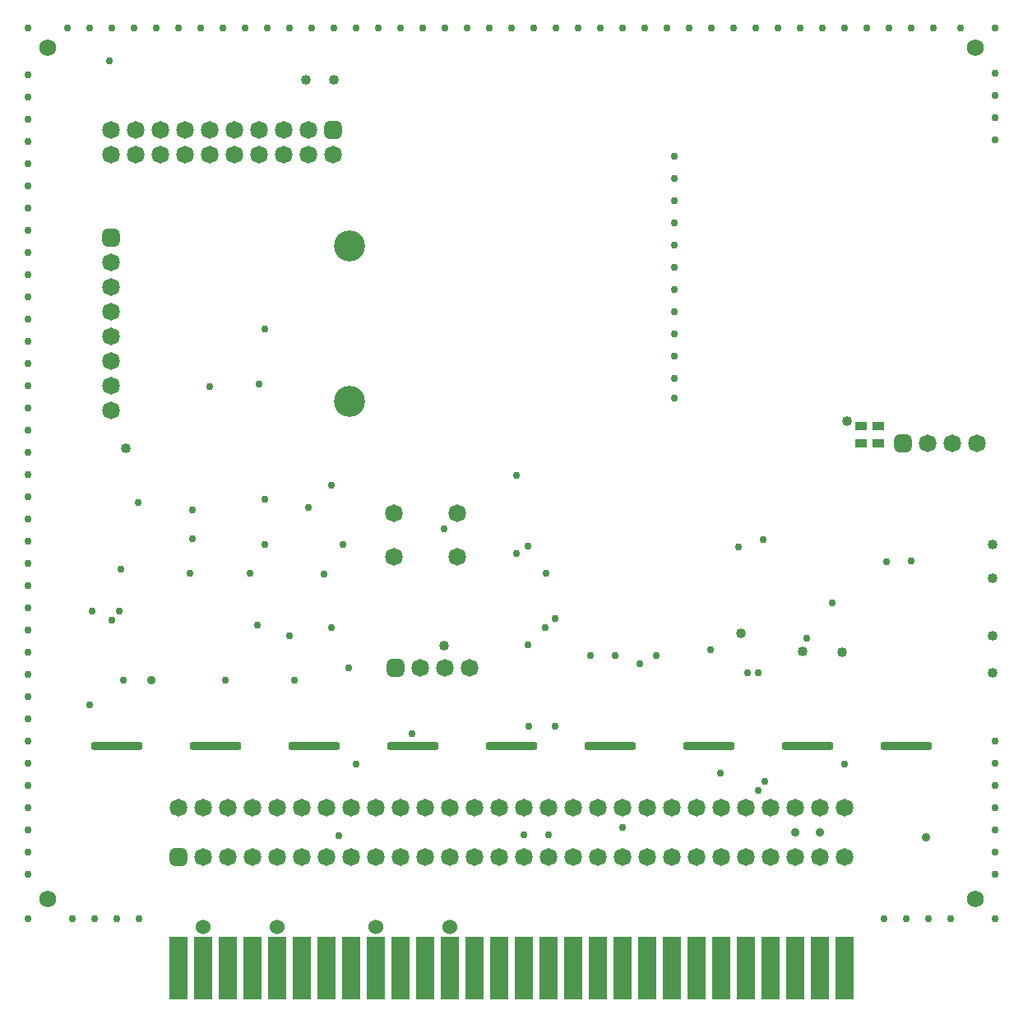
<source format=gbs>
G04*
G04 #@! TF.GenerationSoftware,Altium Limited,Altium Designer,21.6.4 (81)*
G04*
G04 Layer_Color=16711935*
%FSLAX25Y25*%
%MOIN*%
G70*
G04*
G04 #@! TF.SameCoordinates,0CBDA3DA-19B2-4F21-B402-8426C952BD09*
G04*
G04*
G04 #@! TF.FilePolarity,Negative*
G04*
G01*
G75*
%ADD18R,0.04800X0.03800*%
%ADD19R,0.07300X0.25800*%
G04:AMPARAMS|DCode=28|XSize=208mil|YSize=33mil|CornerRadius=10.25mil|HoleSize=0mil|Usage=FLASHONLY|Rotation=180.000|XOffset=0mil|YOffset=0mil|HoleType=Round|Shape=RoundedRectangle|*
%AMROUNDEDRECTD28*
21,1,0.20800,0.01250,0,0,180.0*
21,1,0.18750,0.03300,0,0,180.0*
1,1,0.02050,-0.09375,0.00625*
1,1,0.02050,0.09375,0.00625*
1,1,0.02050,0.09375,-0.00625*
1,1,0.02050,-0.09375,-0.00625*
%
%ADD28ROUNDEDRECTD28*%
%ADD29C,0.06800*%
G04:AMPARAMS|DCode=30|XSize=71.78mil|YSize=71.78mil|CornerRadius=19.95mil|HoleSize=0mil|Usage=FLASHONLY|Rotation=0.000|XOffset=0mil|YOffset=0mil|HoleType=Round|Shape=RoundedRectangle|*
%AMROUNDEDRECTD30*
21,1,0.07178,0.03189,0,0,0.0*
21,1,0.03189,0.07178,0,0,0.0*
1,1,0.03989,0.01595,-0.01595*
1,1,0.03989,-0.01595,-0.01595*
1,1,0.03989,-0.01595,0.01595*
1,1,0.03989,0.01595,0.01595*
%
%ADD30ROUNDEDRECTD30*%
%ADD31C,0.07178*%
G04:AMPARAMS|DCode=32|XSize=71.78mil|YSize=71.78mil|CornerRadius=19.95mil|HoleSize=0mil|Usage=FLASHONLY|Rotation=270.000|XOffset=0mil|YOffset=0mil|HoleType=Round|Shape=RoundedRectangle|*
%AMROUNDEDRECTD32*
21,1,0.07178,0.03189,0,0,270.0*
21,1,0.03189,0.07178,0,0,270.0*
1,1,0.03989,-0.01595,-0.01595*
1,1,0.03989,-0.01595,0.01595*
1,1,0.03989,0.01595,0.01595*
1,1,0.03989,0.01595,-0.01595*
%
%ADD32ROUNDEDRECTD32*%
%ADD33C,0.12611*%
%ADD34C,0.03000*%
%ADD35C,0.04000*%
%ADD36C,0.03500*%
%ADD37C,0.06000*%
D18*
X348500Y227500D02*
D03*
Y234500D02*
D03*
X341500Y227500D02*
D03*
Y234500D02*
D03*
D19*
X65000Y15000D02*
D03*
X75000D02*
D03*
X85000D02*
D03*
X95000D02*
D03*
X105000D02*
D03*
X115000D02*
D03*
X125000D02*
D03*
X135000D02*
D03*
X145000D02*
D03*
X155000D02*
D03*
X165000D02*
D03*
X175000D02*
D03*
X185000D02*
D03*
X195000D02*
D03*
X205000D02*
D03*
X215000D02*
D03*
X225000D02*
D03*
X235000D02*
D03*
X245000D02*
D03*
X255000D02*
D03*
X265000D02*
D03*
X275000D02*
D03*
X285000D02*
D03*
X295000D02*
D03*
X305000D02*
D03*
X315000D02*
D03*
X325000D02*
D03*
X335000D02*
D03*
D28*
X360000Y105000D02*
D03*
X320000D02*
D03*
X280000D02*
D03*
X240000D02*
D03*
X200000D02*
D03*
X160000D02*
D03*
X120000D02*
D03*
X80000D02*
D03*
X40000D02*
D03*
D29*
X12000Y43000D02*
D03*
X388000D02*
D03*
X12000Y388000D02*
D03*
X388000D02*
D03*
D30*
X153000Y136500D02*
D03*
X65000Y60000D02*
D03*
X358500Y227500D02*
D03*
X127500Y354500D02*
D03*
D31*
X163000Y136500D02*
D03*
X173000D02*
D03*
X183000D02*
D03*
X152409Y199216D02*
D03*
X178000D02*
D03*
X152409Y181500D02*
D03*
X178000D02*
D03*
X37500Y251000D02*
D03*
Y261000D02*
D03*
Y271000D02*
D03*
Y281000D02*
D03*
Y291000D02*
D03*
Y301000D02*
D03*
Y241000D02*
D03*
X75000Y60000D02*
D03*
X85000D02*
D03*
X95000D02*
D03*
X105000D02*
D03*
X115000D02*
D03*
X125000D02*
D03*
X135000D02*
D03*
X145000D02*
D03*
X155000D02*
D03*
X165000D02*
D03*
X175000D02*
D03*
X185000D02*
D03*
X195000D02*
D03*
X205000D02*
D03*
X215000D02*
D03*
X225000D02*
D03*
X235000D02*
D03*
X245000D02*
D03*
X255000D02*
D03*
X265000D02*
D03*
X275000D02*
D03*
X285000D02*
D03*
X295000D02*
D03*
X305000D02*
D03*
X315000D02*
D03*
X325000D02*
D03*
X335000D02*
D03*
X335000Y80000D02*
D03*
X325000D02*
D03*
X315000D02*
D03*
X305000D02*
D03*
X295000D02*
D03*
X285000D02*
D03*
X275000D02*
D03*
X265000D02*
D03*
X255000D02*
D03*
X245000D02*
D03*
X235000D02*
D03*
X225000D02*
D03*
X215000D02*
D03*
X205000D02*
D03*
X195000D02*
D03*
X185000D02*
D03*
X175000D02*
D03*
X165000D02*
D03*
X155000D02*
D03*
X145000D02*
D03*
X135000D02*
D03*
X125000D02*
D03*
X115000D02*
D03*
X105000D02*
D03*
X95000D02*
D03*
X85000D02*
D03*
X75000D02*
D03*
X65000D02*
D03*
X388500Y227500D02*
D03*
X378500D02*
D03*
X368500D02*
D03*
X97500Y354500D02*
D03*
X57500D02*
D03*
X47500Y344500D02*
D03*
X87500Y354500D02*
D03*
X77500D02*
D03*
X67500D02*
D03*
X47500D02*
D03*
X97500Y344500D02*
D03*
X87500D02*
D03*
X77500D02*
D03*
X67500D02*
D03*
X57500D02*
D03*
X37500Y354500D02*
D03*
Y344500D02*
D03*
X117500Y354500D02*
D03*
X107500D02*
D03*
Y344500D02*
D03*
X117500D02*
D03*
X127500D02*
D03*
D32*
X37500Y311000D02*
D03*
D33*
X134153Y307496D02*
D03*
Y244504D02*
D03*
D34*
X396000Y107000D02*
D03*
X4000D02*
D03*
X351000Y35000D02*
D03*
X360000D02*
D03*
X369000D02*
D03*
X378000D02*
D03*
X49000D02*
D03*
X40000D02*
D03*
X31000D02*
D03*
X22000D02*
D03*
X266000Y246000D02*
D03*
Y254000D02*
D03*
Y263000D02*
D03*
Y272000D02*
D03*
Y281000D02*
D03*
Y290000D02*
D03*
Y299000D02*
D03*
Y308000D02*
D03*
Y317000D02*
D03*
Y326000D02*
D03*
Y335000D02*
D03*
Y344000D02*
D03*
X396000Y35000D02*
D03*
Y53000D02*
D03*
Y62000D02*
D03*
Y71000D02*
D03*
Y80000D02*
D03*
Y89000D02*
D03*
Y98000D02*
D03*
X20000Y396000D02*
D03*
X344000D02*
D03*
X335000D02*
D03*
X245000D02*
D03*
X254000D02*
D03*
X263000D02*
D03*
X272000D02*
D03*
X281000D02*
D03*
X290000D02*
D03*
X326000D02*
D03*
X317000D02*
D03*
X299000D02*
D03*
X396000Y377500D02*
D03*
Y368500D02*
D03*
Y359500D02*
D03*
Y350500D02*
D03*
X128000Y396000D02*
D03*
X137000D02*
D03*
X146000D02*
D03*
X155000D02*
D03*
X164000D02*
D03*
X173000D02*
D03*
X182000D02*
D03*
X191000D02*
D03*
X200000D02*
D03*
X236000D02*
D03*
X362000D02*
D03*
X110000D02*
D03*
X29000D02*
D03*
X38000D02*
D03*
X47000D02*
D03*
X56000D02*
D03*
X65000D02*
D03*
X74000D02*
D03*
X83000D02*
D03*
X92000D02*
D03*
X101000D02*
D03*
X209000D02*
D03*
X218000D02*
D03*
X227000D02*
D03*
X308000D02*
D03*
X353000D02*
D03*
X371000D02*
D03*
X119000D02*
D03*
X396000D02*
D03*
X382000D02*
D03*
X4000D02*
D03*
Y377000D02*
D03*
Y368000D02*
D03*
Y359000D02*
D03*
Y350000D02*
D03*
Y341000D02*
D03*
Y332000D02*
D03*
Y323000D02*
D03*
Y314000D02*
D03*
Y305000D02*
D03*
Y296000D02*
D03*
Y287000D02*
D03*
Y278000D02*
D03*
Y269000D02*
D03*
Y260000D02*
D03*
Y251000D02*
D03*
Y242000D02*
D03*
Y233000D02*
D03*
Y224000D02*
D03*
Y215000D02*
D03*
Y206000D02*
D03*
Y197000D02*
D03*
Y188000D02*
D03*
Y179000D02*
D03*
Y170000D02*
D03*
Y161000D02*
D03*
Y152000D02*
D03*
Y143000D02*
D03*
Y134000D02*
D03*
Y125000D02*
D03*
Y116000D02*
D03*
Y98000D02*
D03*
Y89000D02*
D03*
Y80000D02*
D03*
Y71000D02*
D03*
Y62000D02*
D03*
Y53000D02*
D03*
Y35000D02*
D03*
X295500Y134500D02*
D03*
X330000Y163000D02*
D03*
X319500Y148500D02*
D03*
X300030Y134530D02*
D03*
X130000Y68500D02*
D03*
X77500Y250600D02*
D03*
X97500Y251500D02*
D03*
X214000Y175000D02*
D03*
X201802Y183000D02*
D03*
X134000Y136500D02*
D03*
X137000Y97500D02*
D03*
X131500Y186500D02*
D03*
X100000D02*
D03*
X84000Y131500D02*
D03*
X201802Y214500D02*
D03*
X217500Y156500D02*
D03*
X37000Y382500D02*
D03*
X361865Y180000D02*
D03*
X127000Y210500D02*
D03*
X217500Y113000D02*
D03*
X302534Y90509D02*
D03*
X117500Y201500D02*
D03*
X206500Y186000D02*
D03*
X172500Y193000D02*
D03*
X100000Y274000D02*
D03*
Y205000D02*
D03*
X70500Y200500D02*
D03*
Y189000D02*
D03*
X41500Y176500D02*
D03*
X41000Y159500D02*
D03*
X48500Y203500D02*
D03*
X284500Y94000D02*
D03*
X352000Y179500D02*
D03*
X94000Y175000D02*
D03*
X124000Y174500D02*
D03*
X38000Y156000D02*
D03*
X110000Y149500D02*
D03*
X30000Y159500D02*
D03*
X300112Y86888D02*
D03*
X280500Y144000D02*
D03*
X242000Y141500D02*
D03*
X232000D02*
D03*
X258500D02*
D03*
X213500Y153000D02*
D03*
X292000Y185500D02*
D03*
X29000Y121500D02*
D03*
X69500Y175000D02*
D03*
X42500Y131500D02*
D03*
X112000D02*
D03*
X206500Y146000D02*
D03*
X251802Y138302D02*
D03*
X127000Y153000D02*
D03*
X97000Y154000D02*
D03*
X302000Y188500D02*
D03*
X207000Y113000D02*
D03*
X205000Y69000D02*
D03*
X159500Y110000D02*
D03*
X245000Y72000D02*
D03*
X215000Y69000D02*
D03*
X335000Y97500D02*
D03*
D35*
X395000Y186500D02*
D03*
Y173000D02*
D03*
Y149500D02*
D03*
Y134500D02*
D03*
X318046Y143054D02*
D03*
X116500Y375000D02*
D03*
X128000D02*
D03*
X336000Y236500D02*
D03*
X43500Y225500D02*
D03*
X293000Y150500D02*
D03*
X334000Y143000D02*
D03*
X172500Y145500D02*
D03*
D36*
X54100Y131500D02*
D03*
X325000Y70000D02*
D03*
X315000D02*
D03*
X368000Y68000D02*
D03*
D37*
X75000Y31500D02*
D03*
X145000D02*
D03*
X105000D02*
D03*
X175000D02*
D03*
M02*

</source>
